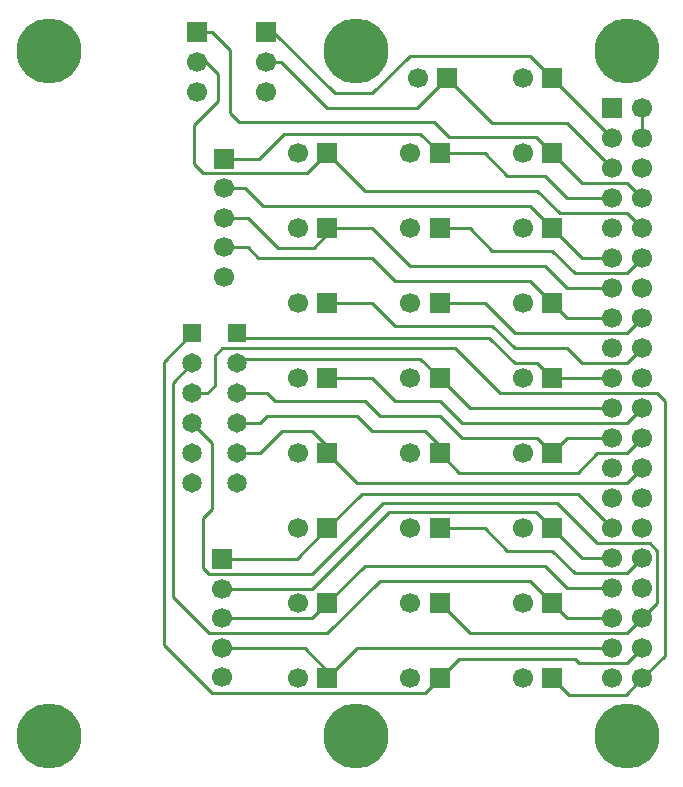
<source format=gtl>
G04 Layer_Physical_Order=1*
G04 Layer_Color=255*
%FSLAX25Y25*%
%MOIN*%
G70*
G01*
G75*
%ADD10C,0.01000*%
%ADD11R,0.06693X0.06693*%
%ADD12C,0.06693*%
%ADD13R,0.06693X0.06693*%
%ADD14C,0.21654*%
%ADD15C,0.06496*%
%ADD16R,0.06496X0.06496*%
D10*
X0Y-90000D02*
X5000Y-85000D01*
X-90079D02*
X-5000D01*
X-100079Y-95000D02*
X-90079Y-85000D01*
X0Y-80000D02*
X5000Y-75000D01*
X-52579Y-80000D02*
X0D01*
X-62579Y-70000D02*
X-52579Y-80000D01*
X-20079Y-75000D02*
X-5000D01*
X-25079Y-70000D02*
X-20079Y-75000D01*
X0Y-60000D02*
X5000Y-55000D01*
X-15079D02*
X-5000D01*
X-25079Y-45000D02*
X-15079Y-55000D01*
X0Y-30000D02*
X5000Y-25000D01*
X-90079Y-30000D02*
X0D01*
X-100079Y-20000D02*
X-90079Y-30000D01*
X0Y-20000D02*
X5000Y-15000D01*
X-10000Y-20000D02*
X0D01*
X-20079Y-15000D02*
X-5000D01*
X0Y-10000D02*
X5000Y-5000D01*
X-52579D02*
X-5000D01*
X-62579Y5000D02*
X-52579Y-5000D01*
X-25079Y5000D02*
X-5000D01*
X0Y10000D02*
X5000Y15000D01*
X0Y20000D02*
X5000Y25000D01*
X-20079D02*
X-5000D01*
X-25079Y30000D02*
X-20079Y25000D01*
X0Y40000D02*
X5000Y45000D01*
X-15079D02*
X-5000D01*
X-25079Y55000D02*
X-15079Y45000D01*
X0Y60000D02*
X5000Y55000D01*
X0Y70000D02*
X5000Y65000D01*
X-20000Y90000D02*
X-5000Y75000D01*
X-45079Y90000D02*
X-20000D01*
X-60079Y105000D02*
X-45079Y90000D01*
X-5079Y85000D02*
X-5000D01*
X-25079Y105000D02*
X-5079Y85000D01*
X-70079Y95000D02*
X-60079Y105000D01*
X-85000Y100000D02*
X-72500Y112500D01*
X-32579D01*
X-25079Y105000D01*
X-47500Y80000D02*
X-40000Y72500D01*
X-62579Y80000D02*
X-47500D01*
X-100079D02*
X-87579Y67500D01*
X-32579Y62500D02*
X-25079Y55000D01*
X-25000Y47500D02*
X-17500Y40000D01*
X-45000Y47500D02*
X-25000D01*
X-52500Y55000D02*
X-45000Y47500D01*
X-62579Y55000D02*
X-52500D01*
X-17500Y40000D02*
X0D01*
X-85000Y55000D02*
X-72500Y42500D01*
X-100079Y55000D02*
X-85000D01*
X-32579Y37500D02*
X-25079Y30000D01*
X-77500Y37500D02*
X-32579D01*
X-85000Y45000D02*
X-77500Y37500D01*
X-20000Y15000D02*
X-15000Y10000D01*
X-100079Y30000D02*
X-85000D01*
X-15000Y10000D02*
X0D01*
X-30079D02*
X-25079Y5000D01*
X-85000Y30000D02*
X-77500Y22500D01*
X-25079Y-20000D02*
X-20079Y-15000D01*
X-62500Y-2500D02*
X-55000Y-10000D01*
X-77500Y-2500D02*
X-62500D01*
X-85000Y5000D02*
X-77500Y-2500D01*
X-100079Y5000D02*
X-85000D01*
X-55000Y-10000D02*
X0D01*
X-30079Y-15000D02*
X-25079Y-20000D01*
X-55000Y-15000D02*
X-30079D01*
X-62500Y-7500D02*
X-55000Y-15000D01*
X-82500Y-7500D02*
X-62500D01*
X-87500Y-2500D02*
X-82500Y-7500D01*
X-117500Y-2500D02*
X-87500D01*
X-120000Y0D02*
X-117500Y-2500D01*
X-130000Y0D02*
X-120000D01*
X-62579Y-20000D02*
Y-17421D01*
X-67500Y-12500D02*
X-62579Y-17421D01*
X-85000Y-12500D02*
X-67500D01*
X-90000Y-7500D02*
X-85000Y-12500D01*
X-120000Y-7500D02*
X-90000D01*
X-122500Y-10000D02*
X-120000Y-7500D01*
X-130000Y-10000D02*
X-122500D01*
X-130000Y-20000D02*
X-122500D01*
X-115000Y-12500D01*
X-105000D01*
X-100079Y-17421D01*
Y-20000D02*
Y-17421D01*
Y-95000D02*
Y-92421D01*
X-107658Y-84842D02*
X-100079Y-92421D01*
X-135000Y-84842D02*
X-107658D01*
X-135000Y-75000D02*
X-105079D01*
X-100079Y-70000D01*
X-135000Y-55315D02*
X-110315D01*
X-100079Y-45079D01*
Y-45000D01*
X-135000Y-65158D02*
X-111933D01*
X-25000Y-52500D02*
X-17500Y-60000D01*
X-40000Y-52500D02*
X-25000D01*
X-47500Y-45000D02*
X-40000Y-52500D01*
X-62579Y-45000D02*
X-47500D01*
X-17500Y-60000D02*
X0D01*
X-20000Y-65000D02*
X-5000D01*
X-27500Y-57500D02*
X-20000Y-65000D01*
X-87579Y-57500D02*
X-27500D01*
X-100079Y-70000D02*
X-87579Y-57500D01*
X-32579Y-62500D02*
X-25079Y-70000D01*
X-82500Y-62500D02*
X-32579D01*
X-100000Y-80000D02*
X-82500Y-62500D01*
X-132989Y-80000D02*
X-100000D01*
X-132992Y-79996D02*
X-132989Y-80000D01*
X-67579Y-100000D02*
X-62579Y-95000D01*
X-111933Y-65158D02*
X-111929Y-65153D01*
X-107914D01*
X-107910Y-65158D01*
X-105157D01*
X5000Y-75000D02*
X10000Y-70000D01*
Y-52500D01*
X7500Y-50000D02*
X10000Y-52500D01*
X-10000Y-50000D02*
X7500D01*
X5000Y-95000D02*
X12500Y-87500D01*
Y-2500D01*
X10000Y0D02*
X12500Y-2500D01*
X-57500Y15000D02*
X-42500Y0D01*
X-135000Y15000D02*
X-57500D01*
X-137500Y12500D02*
X-135000Y15000D01*
X-137500Y2500D02*
Y12500D01*
X-140000Y0D02*
X-137500Y2500D01*
X-145000Y0D02*
X-140000D01*
X-42500D02*
X10000D01*
X-145000Y-10000D02*
X-138500Y-16500D01*
Y-38500D02*
Y-16500D01*
X-141500Y-41500D02*
X-138500Y-38500D01*
X-141500Y-58161D02*
Y-41500D01*
Y-58161D02*
X-139500Y-60161D01*
X-105161D01*
X-151500Y3500D02*
X-145000Y10000D01*
X-151500Y-67996D02*
Y3500D01*
Y-67996D02*
X-139500Y-79996D01*
X-132992D01*
X-154500Y10500D02*
X-145000Y20000D01*
X-154500Y-84000D02*
Y10500D01*
Y-84000D02*
X-138500Y-100000D01*
X-67579D01*
X-126657Y48658D02*
X-123000Y45000D01*
X-134500Y48658D02*
X-126657D01*
X-123000Y45000D02*
X-85000D01*
X-134500Y58500D02*
X-126500D01*
X-116500Y48500D01*
X-104500D01*
X-100079Y52921D01*
Y55000D01*
X-134500Y68343D02*
X-127342D01*
X-121500Y62500D01*
X-32579D01*
X-134500Y78185D02*
X-122815D01*
X-114500Y86500D01*
X-69079D01*
X-62579Y80000D01*
X-30579Y85500D02*
X-25079Y80000D01*
X-59500Y85500D02*
X-30579D01*
X-132500Y93500D02*
Y114500D01*
X-138500Y120500D02*
X-132500Y114500D01*
X-143500Y120500D02*
X-138500D01*
X-106740Y73339D02*
X-100079Y80000D01*
X-141339Y73339D02*
X-106740D01*
X-144500Y76500D02*
X-141339Y73339D01*
X-144500Y76500D02*
Y89500D01*
X-136500Y97500D01*
Y106500D01*
X-140500Y110500D02*
X-136500Y106500D01*
X-143500Y110500D02*
X-140500D01*
X-97500Y100000D02*
X-85000D01*
X-118000Y120500D02*
X-97500Y100000D01*
X-120500Y120500D02*
X-118000D01*
X-130000Y10000D02*
X-128500Y11500D01*
X-69079D01*
X-62579Y5000D01*
X-100079Y-45000D02*
X-88579Y-33500D01*
X-16500D01*
X-5000Y-45000D01*
X-105161Y-60161D02*
X-81500Y-36500D01*
X-23500D01*
X-10000Y-50000D01*
X-105157Y-65158D02*
X-79500Y-39500D01*
X-30579D01*
X-25079Y-45000D01*
X-62579Y-20000D02*
X-56079Y-26500D01*
X-16500D01*
X-10000Y-20000D01*
X-17500Y-88500D02*
X-16000Y-90000D01*
X-56079Y-88500D02*
X-17500D01*
X-62579Y-95000D02*
X-56079Y-88500D01*
X-16000Y-90000D02*
X0D01*
X-25079Y-95000D02*
X-19579Y-100500D01*
X-500D01*
X5000Y-95000D01*
X-130000Y20000D02*
X-128500Y18500D01*
X-120500Y110500D02*
X-115500D01*
X-100000Y95000D01*
X-70079D01*
X-132500Y93500D02*
X-129500Y90500D01*
X-64500D01*
X-59500Y85500D01*
X-37500Y10000D02*
X-30079D01*
X-128500Y18500D02*
X-46000D01*
X-37500Y10000D01*
Y15000D02*
X-20000D01*
X-77500Y22500D02*
X-45000D01*
X-37500Y15000D01*
Y20000D02*
X0D01*
X-62579Y30000D02*
X-47500D01*
X-37500Y20000D01*
X-20000Y35000D02*
X-5000D01*
X-72500Y42500D02*
X-27500D01*
X-20000Y35000D01*
X-22500Y60000D02*
X0D01*
X-87579Y67500D02*
X-30000D01*
X-22500Y60000D01*
X-20000Y65000D02*
X-5000D01*
X-40000Y72500D02*
X-27500D01*
X-20000Y65000D01*
X-15079Y70000D02*
X0D01*
X-25079Y80000D02*
X-15079Y70000D01*
X5000Y85000D02*
Y95000D01*
D11*
X-25079Y55000D02*
D03*
X-62579Y80000D02*
D03*
X-60079Y105000D02*
D03*
X-25079D02*
D03*
Y80000D02*
D03*
X-100079D02*
D03*
X-62579Y55000D02*
D03*
Y30000D02*
D03*
X-100079D02*
D03*
Y55000D02*
D03*
Y5000D02*
D03*
X-25079Y30000D02*
D03*
Y-70000D02*
D03*
X-62579Y-20000D02*
D03*
X-25079Y5000D02*
D03*
X-100079Y-95000D02*
D03*
Y-20000D02*
D03*
X-62579Y5000D02*
D03*
Y-45000D02*
D03*
X-25079Y-20000D02*
D03*
X-62579Y-70000D02*
D03*
X-100079Y-45000D02*
D03*
X-62579Y-95000D02*
D03*
X-25079Y-45000D02*
D03*
Y-95000D02*
D03*
X-100079Y-70000D02*
D03*
D12*
X-34921Y55000D02*
D03*
X-72421Y80000D02*
D03*
X-69921Y105000D02*
D03*
X-34921D02*
D03*
X5000Y95000D02*
D03*
X-5000Y85000D02*
D03*
X5000D02*
D03*
X-5000Y75000D02*
D03*
X5000D02*
D03*
X-5000Y65000D02*
D03*
X5000D02*
D03*
X-5000Y55000D02*
D03*
X5000D02*
D03*
X-5000Y45000D02*
D03*
X5000D02*
D03*
X-5000Y35000D02*
D03*
X5000D02*
D03*
X-5000Y25000D02*
D03*
X5000D02*
D03*
X-5000Y15000D02*
D03*
X5000D02*
D03*
X-5000Y5000D02*
D03*
X5000D02*
D03*
X-5000Y-5000D02*
D03*
X5000D02*
D03*
X-5000Y-15000D02*
D03*
X5000D02*
D03*
X-5000Y-25000D02*
D03*
X5000D02*
D03*
X-5000Y-35000D02*
D03*
X5000D02*
D03*
X-5000Y-45000D02*
D03*
X5000D02*
D03*
X-5000Y-55000D02*
D03*
X5000D02*
D03*
X-5000Y-65000D02*
D03*
X5000D02*
D03*
X-5000Y-75000D02*
D03*
X5000D02*
D03*
X-5000Y-85000D02*
D03*
X5000D02*
D03*
X-5000Y-95000D02*
D03*
X5000D02*
D03*
X-34921Y80000D02*
D03*
X-109921D02*
D03*
X-72421Y55000D02*
D03*
Y30000D02*
D03*
X-109921D02*
D03*
Y55000D02*
D03*
Y5000D02*
D03*
X-34921Y30000D02*
D03*
Y-70000D02*
D03*
X-72421Y-20000D02*
D03*
X-34921Y5000D02*
D03*
X-109921Y-95000D02*
D03*
Y-20000D02*
D03*
X-72421Y5000D02*
D03*
Y-45000D02*
D03*
X-34921Y-20000D02*
D03*
X-135000Y-94685D02*
D03*
Y-84842D02*
D03*
Y-75000D02*
D03*
Y-65158D02*
D03*
X-72421Y-70000D02*
D03*
X-109921Y-45000D02*
D03*
X-72421Y-95000D02*
D03*
X-34921Y-45000D02*
D03*
Y-95000D02*
D03*
X-109921Y-70000D02*
D03*
X-120500Y110500D02*
D03*
Y100500D02*
D03*
X-134500Y38815D02*
D03*
Y48658D02*
D03*
Y58500D02*
D03*
Y68343D02*
D03*
X-143500Y110500D02*
D03*
Y100500D02*
D03*
D13*
X-5000Y95000D02*
D03*
X-135000Y-55315D02*
D03*
X-120500Y120500D02*
D03*
X-134500Y78185D02*
D03*
X-143500Y120500D02*
D03*
D14*
X0Y114173D02*
D03*
Y-114173D02*
D03*
X-90551D02*
D03*
Y114173D02*
D03*
X-192913D02*
D03*
Y-114173D02*
D03*
D15*
X-130000Y-30000D02*
D03*
Y-20000D02*
D03*
Y-10000D02*
D03*
Y0D02*
D03*
Y10000D02*
D03*
X-145000Y-30000D02*
D03*
Y-20000D02*
D03*
Y-10000D02*
D03*
Y0D02*
D03*
Y10000D02*
D03*
D16*
X-130000Y20000D02*
D03*
X-145000D02*
D03*
M02*

</source>
